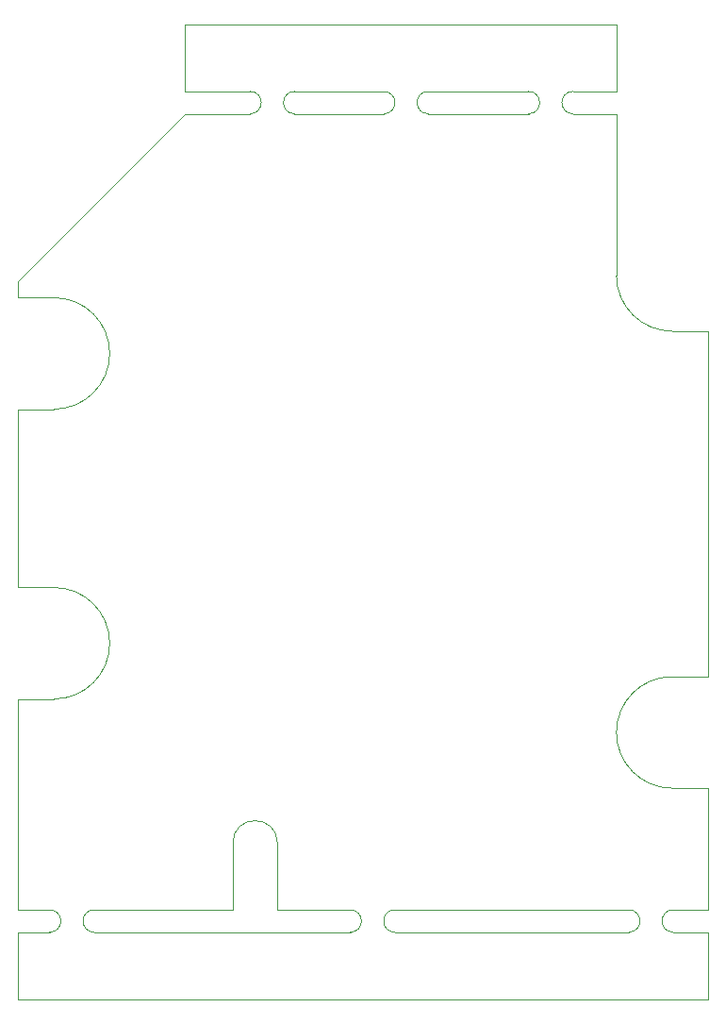
<source format=gm1>
%TF.GenerationSoftware,KiCad,Pcbnew,(5.1.8)-1*%
%TF.CreationDate,2021-01-16T15:44:13-05:00*%
%TF.ProjectId,uratt,75726174-742e-46b6-9963-61645f706362,rev?*%
%TF.SameCoordinates,Original*%
%TF.FileFunction,Profile,NP*%
%FSLAX46Y46*%
G04 Gerber Fmt 4.6, Leading zero omitted, Abs format (unit mm)*
G04 Created by KiCad (PCBNEW (5.1.8)-1) date 2021-01-16 15:44:13*
%MOMM*%
%LPD*%
G01*
G04 APERTURE LIST*
%TA.AperFunction,Profile*%
%ADD10C,0.100000*%
%TD*%
G04 APERTURE END LIST*
D10*
X80000000Y-94000000D02*
G75*
G02*
X80000000Y-96000000I0J-1000000D01*
G01*
X84000000Y-96000000D02*
G75*
G02*
X84000000Y-94000000I0J1000000D01*
G01*
X55000000Y-94000000D02*
G75*
G02*
X55000000Y-96000000I0J-1000000D01*
G01*
X59000000Y-96000000D02*
G75*
G02*
X59000000Y-94000000I0J1000000D01*
G01*
X28000000Y-94000000D02*
G75*
G02*
X28000000Y-96000000I0J-1000000D01*
G01*
X32000000Y-96000000D02*
G75*
G02*
X32000000Y-94000000I0J1000000D01*
G01*
X87146000Y-102000000D02*
X25146000Y-102000000D01*
X87146000Y-96000000D02*
X87146000Y-102000000D01*
X25146000Y-96000000D02*
X25146000Y-102000000D01*
X84000000Y-94000000D02*
X87146000Y-94000000D01*
X84000000Y-96000000D02*
X87146000Y-96000000D01*
X59000000Y-94000000D02*
X80000000Y-94000000D01*
X59000000Y-96000000D02*
X80000000Y-96000000D01*
X48450000Y-94000000D02*
X55000000Y-94000000D01*
X32000000Y-96000000D02*
X55000000Y-96000000D01*
X32000000Y-94000000D02*
X44450000Y-94000000D01*
X25146000Y-94000000D02*
X28000000Y-94000000D01*
X25146000Y-96000000D02*
X28000000Y-96000000D01*
X58000000Y-20580001D02*
G75*
G02*
X58000000Y-22580001I0J-1000000D01*
G01*
X62000000Y-22580001D02*
G75*
G02*
X62000000Y-20580001I0J1000000D01*
G01*
X62000000Y-20580001D02*
X71000000Y-20580001D01*
X62000000Y-22580001D02*
X71000000Y-22580001D01*
X46000000Y-20580001D02*
G75*
G02*
X46000000Y-22580001I0J-1000000D01*
G01*
X50000000Y-22580001D02*
G75*
G02*
X50000000Y-20580001I0J1000000D01*
G01*
X71000000Y-20580001D02*
G75*
G02*
X71000000Y-22580001I0J-1000000D01*
G01*
X75000000Y-22580001D02*
G75*
G02*
X75000000Y-20580001I0J1000000D01*
G01*
X40145999Y-14580001D02*
X78895999Y-14580001D01*
X78895999Y-20580001D02*
X78895999Y-14580001D01*
X40145999Y-20580001D02*
X40145999Y-14580001D01*
X50000000Y-22580001D02*
X58000000Y-22580001D01*
X75000000Y-22580001D02*
X78896000Y-22580001D01*
X40145999Y-22580001D02*
X46000000Y-22580001D01*
X50000000Y-20580001D02*
X58000000Y-20580001D01*
X40145999Y-20580001D02*
X46000000Y-20580001D01*
X75000000Y-20580001D02*
X78896000Y-20580001D01*
X44450000Y-88000000D02*
G75*
G02*
X48450000Y-88000000I2000000J0D01*
G01*
X48450000Y-94000000D02*
X48450000Y-88000000D01*
X44450000Y-94000000D02*
X44450000Y-94000000D01*
X44450000Y-94000000D02*
X44450000Y-88000000D01*
X83896000Y-73080002D02*
X87146000Y-73080002D01*
X83896000Y-83080002D02*
G75*
G02*
X83896000Y-73080002I0J5000000D01*
G01*
X87146000Y-94000000D02*
X87146000Y-83080001D01*
X25146000Y-75080001D02*
X25146000Y-94000000D01*
X28396000Y-65080001D02*
G75*
G02*
X28396000Y-75080001I0J-5000000D01*
G01*
X87146000Y-42080001D02*
X83896000Y-42080001D01*
X83896000Y-42080002D02*
G75*
G02*
X78896000Y-37080002I0J5000000D01*
G01*
X87146000Y-73080002D02*
X87146000Y-42080001D01*
X87146000Y-83080001D02*
X83896000Y-83080001D01*
X28396000Y-75080001D02*
X25146000Y-75080001D01*
X28395998Y-39080001D02*
G75*
G02*
X28396000Y-49080001I1J-5000000D01*
G01*
X40145999Y-22580001D02*
X25146000Y-37580001D01*
X28396000Y-49080001D02*
X25146000Y-49080001D01*
X25146000Y-39080001D02*
X28396000Y-39080001D01*
X25146000Y-37580001D02*
X25146000Y-39080001D01*
X78896000Y-37080001D02*
X78896000Y-22580001D01*
X25146000Y-65080001D02*
X28396000Y-65080001D01*
X25146000Y-49080001D02*
X25146000Y-65080001D01*
M02*

</source>
